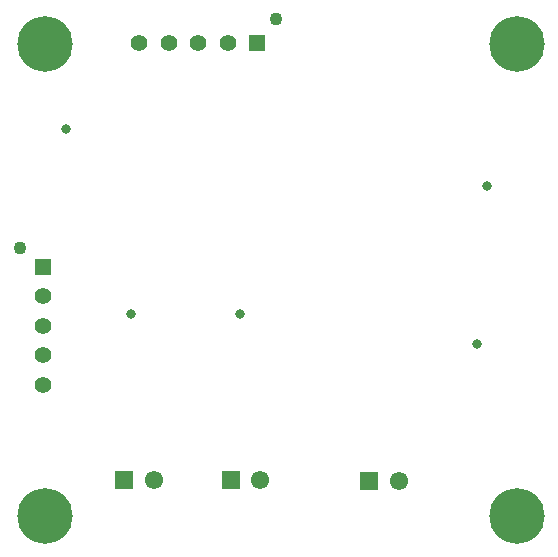
<source format=gbr>
%TF.GenerationSoftware,Altium Limited,Altium Designer,25.6.2 (33)*%
G04 Layer_Color=16711935*
%FSLAX45Y45*%
%MOMM*%
%TF.SameCoordinates,DFF603B5-40A5-4244-BDFB-F1AFFF763E5F*%
%TF.FilePolarity,Negative*%
%TF.FileFunction,Soldermask,Bot*%
%TF.Part,Single*%
G01*
G75*
%TA.AperFunction,ComponentPad*%
%ADD34C,1.40000*%
%ADD35C,1.10000*%
%ADD36R,1.40000X1.40000*%
%ADD37R,1.55000X1.55000*%
%ADD39C,1.55000*%
%ADD40R,1.40000X1.40000*%
%TA.AperFunction,ViaPad*%
%ADD52C,0.80320*%
%ADD53C,4.70320*%
D34*
X2048000Y4503500D02*
D03*
X1798000D02*
D03*
X1548000D02*
D03*
X1298000D02*
D03*
X487078Y1861712D02*
D03*
Y2361712D02*
D03*
Y2111712D02*
D03*
Y1611712D02*
D03*
D35*
X2458000Y4703500D02*
D03*
X287078Y2771712D02*
D03*
D36*
X2298000Y4503500D02*
D03*
D37*
X3243555Y799821D02*
D03*
X2071281Y802300D02*
D03*
X1173305D02*
D03*
D39*
X3493555Y799821D02*
D03*
X2321281Y802300D02*
D03*
X1423305D02*
D03*
D40*
X487078Y2611712D02*
D03*
D52*
X678484Y3780200D02*
D03*
X4241168Y3294014D02*
D03*
X1229948Y2211888D02*
D03*
X2150704Y2209412D02*
D03*
X4161450Y1953322D02*
D03*
D53*
X4500000Y4500000D02*
D03*
X500000Y500000D02*
D03*
X4500000D02*
D03*
X500000Y4500000D02*
D03*
%TF.MD5,220f898aa100c71e32c9095c9c975d66*%
M02*

</source>
